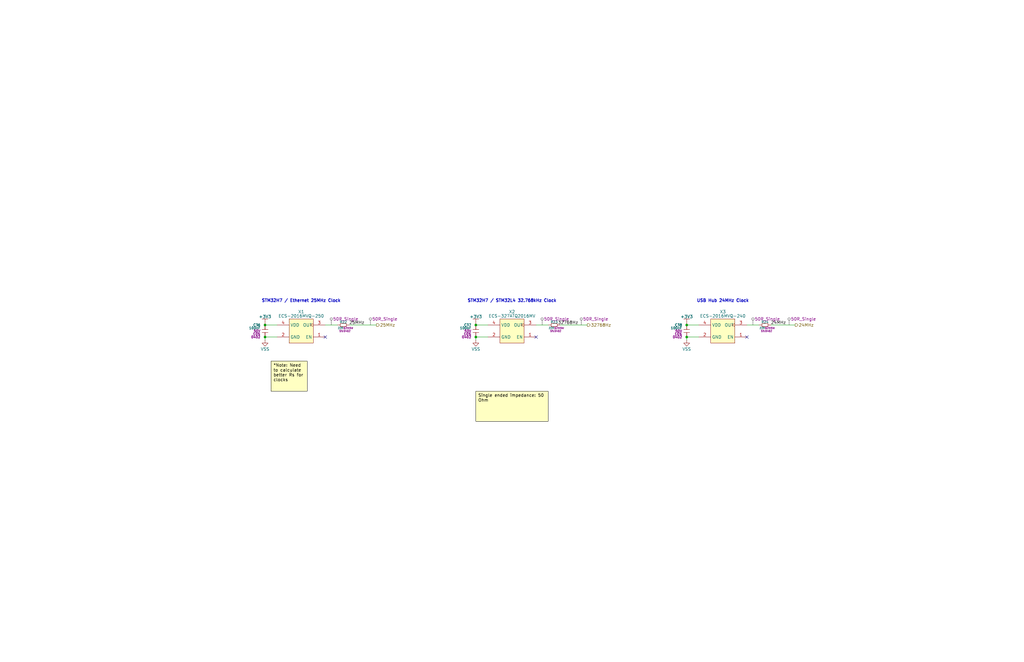
<source format=kicad_sch>
(kicad_sch (version 20250114) (generator "eeschema") (generator_version "9.0")
  (paper "B")
  (title_block (title "Awohali - Clocks") (date "2025-07-01") (rev "1") (comment 2 "PROTOTYPE") (comment 3 "2025"))
  (lib_symbols
    (symbol "lib_pwr:+3V3" (power) (pin_numbers (hide yes)) (pin_names (offset 0) (hide yes))
      (property "Value" "+3V3" (at 0 3.556 0))
      (symbol "+3V3_0_1"
        (polyline (pts (xy -1.27 2.54) (xy 0 2.54)))
        (polyline (pts (xy 0 2.54) (xy 1.27 2.54)))
        (polyline (pts (xy 0 0) (xy 0 2.54)))
      )
      (symbol "+3V3_1_1"
        (pin power_in line (at 0 0 90) (length 0) (name "~") (number "1"))
      )
    )
    (symbol "lib_pwr:VSS" (power) (pin_numbers (hide yes)) (pin_names (offset 0) (hide yes))
      (property "Value" "VSS" (at 0 -3.81 0))
      (symbol "VSS_0_1"
        (polyline (pts (xy 0 0) (xy 0 -1.27) (xy 1.27 -1.27) (xy 0 -2.54) (xy -1.27 -1.27) (xy 0 -1.27)))
      )
      (symbol "VSS_1_1"
        (pin power_in line (at 0 0 270) (length 0) (name "~") (number "1"))
      )
    )
    (symbol "lib_sch:C" (pin_numbers (hide yes)) (pin_names (hide yes))
      (property "Reference" "C?" (at 1.905 2.54 0))
      (property "Value" "CAP" (at 1.905 1.27 0))
      (property "Tolerance" "TOL" (at 1.905 -1.27 0))
      (property "Voltage Rating" "VOLTAGE" (at 1.905 0 0))
      (property "Package" "PKG" (at 1.905 -2.54 0))
      (symbol "C_0_1"
        (polyline (pts (xy -1.27 0.635) (xy 1.27 0.635)))
        (polyline (pts (xy -1.27 -0.635) (xy 1.27 -0.635)))
      )
      (symbol "C_1_1"
        (pin passive line (at 0 2.54 270) (length 1.905) (name "") (number "1"))
        (pin passive line (at 0 -2.54 90) (length 1.905) (name "") (number "2"))
      )
    )
    (symbol "lib_sch:ECS_XTAL_4-SMD"
      (property "Reference" "X?" (at 0 8.128 0))
      (property "Value" "ECS_XTAL_4-SMD" (at 0 6.35 0))
      (symbol "ECS_XTAL_4-SMD_1_0"
        (pin power_in line (at -10.16 2.54 0) (length 5.08) (name "VDD") (number "4"))
        (pin power_in line (at -10.16 -2.54 0) (length 5.08) (name "GND") (number "2"))
        (pin output clock (at 10.16 2.54 180) (length 5.08) (name "OUT") (number "3"))
        (pin tri_state line (at 10.16 -2.54 180) (length 5.08) (name "EN") (number "1"))
      )
      (symbol "ECS_XTAL_4-SMD_1_1"
        (rectangle (start -5.08 5.08) (end 5.08 -5.08) (fill (type background)))
      )
    )
    (symbol "lib_sch:R_horizontal"
      (property "Reference" "R?" (at 0 1.27 0))
      (property "Value" "VAL" (at 0 -1.27 0))
      (property "Tolerance" "TOL" (at 0 -2.54 0))
      (property "Power Rating" "PWR" (at 0 -1.27 0))
      (property "Package" "PKG" (at 0 -2.54 0))
      (symbol "R_horizontal_0_1"
        (polyline (pts (xy -1.27 -0.635) (xy 1.27 -0.635) (xy 1.27 0.635) (xy -1.27 0.635) (xy -1.27 -0.635)))
      )
      (symbol "R_horizontal_1_1"
        (pin passive line (at -2.54 0 0) (length 1.27) (name "") (number "1"))
        (pin passive line (at 2.54 0 180) (length 1.27) (name "") (number "2"))
      )
    )
  )
  (text "USB Hub 24MHz Clock" (at 304.8 127 0) (effects (font (size 1.27 1.27) (thickness 0.254) (bold yes))))
  (text "STM32H7 / Ethernet 25MHz Clock" (at 127 127 0) (effects (font (size 1.27 1.27) (thickness 0.254) (bold yes))))
  (text "STM32H7 / STM32L4 32.768kHz Clock" (at 215.9 127 0) (effects (font (size 1.27 1.27) (thickness 0.254) (bold yes))))
  (text_box "*Note: Need to calculate better Rs for clocks" (at 114.3 152.4 0) (size 15.24 12.7) (margins 0.9525 0.9525 0.9525 0.9525) (stroke (width 0) (color 0 0 0 1)) (fill (type color) (color 255 255 194 1)) (effects (font (size 1.27 1.27)) (justify left top)))
  (text_box "Single ended impedance: 50 Ohm" (at 200.66 165.1 0) (size 30.48 12.7) (margins 0.9525 0.9525 0.9525 0.9525) (stroke (width 0) (color 0 0 0 1)) (fill (type color) (color 255 255 194 1)) (effects (font (size 1.27 1.27)) (justify left top)))
  (junction (at 111.76 142.24))
  (junction (at 200.66 137.16))
  (junction (at 289.56 142.24))
  (junction (at 111.76 137.16))
  (junction (at 200.66 142.24))
  (junction (at 289.56 137.16))
  (no_connect (at 226.06 142.24))
  (no_connect (at 314.96 142.24))
  (no_connect (at 137.16 142.24))
  (wire (pts (xy 147.32 137.16) (xy 158.75 137.16)))
  (wire (pts (xy 231.14 137.16) (xy 226.06 137.16)))
  (wire (pts (xy 200.66 142.24) (xy 205.74 142.24)))
  (wire (pts (xy 289.56 142.24) (xy 289.56 143.51)))
  (wire (pts (xy 289.56 142.24) (xy 294.64 142.24)))
  (wire (pts (xy 111.76 137.16) (xy 116.84 137.16)))
  (wire (pts (xy 111.76 142.24) (xy 116.84 142.24)))
  (wire (pts (xy 200.66 142.24) (xy 200.66 143.51)))
  (wire (pts (xy 137.16 137.16) (xy 142.24 137.16)))
  (wire (pts (xy 289.56 137.16) (xy 294.64 137.16)))
  (wire (pts (xy 200.66 137.16) (xy 205.74 137.16)))
  (wire (pts (xy 236.22 137.16) (xy 247.65 137.16)))
  (wire (pts (xy 320.04 137.16) (xy 314.96 137.16)))
  (wire (pts (xy 111.76 142.24) (xy 111.76 143.51)))
  (wire (pts (xy 325.12 137.16) (xy 335.28 137.16)))
  (label "32768Hz" (at 243.84 137.16 180))
  (label "24MHz" (at 331.47 137.16 180))
  (label "25MHz" (at 153.67 137.16 180))
  (hierarchical_label "24MHz" (shape output) (at 335.28 137.16 0))
  (hierarchical_label "32768Hz" (shape output) (at 247.65 137.16 0))
  (hierarchical_label "25MHz" (shape output) (at 158.75 137.16 0))
  (netclass_flag "" (length 2.54) (shape round) (at 332.74 137.16 0) (property "Netclass" "50R_Single" (at 333.4385 134.62 0) (effects (justify left))))
  (netclass_flag "" (length 2.54) (shape round) (at 139.7 137.16 0) (property "Netclass" "50R_Single" (at 140.3985 134.62 0) (effects (justify left))))
  (netclass_flag "" (length 2.54) (shape round) (at 245.11 137.16 0) (property "Netclass" "50R_Single" (at 245.8085 134.62 0) (effects (justify left))))
  (netclass_flag "" (length 2.54) (shape round) (at 317.5 137.16 0) (property "Netclass" "50R_Single" (at 318.1985 134.62 0) (effects (justify left))))
  (netclass_flag "" (length 2.54) (shape round) (at 156.21 137.16 0) (property "Netclass" "50R_Single" (at 156.9085 134.62 0) (effects (justify left))))
  (netclass_flag "" (length 2.54) (shape round) (at 228.6 137.16 0) (property "Netclass" "50R_Single" (at 229.2985 134.62 0) (effects (justify left))))
  (symbol (lib_id "lib_sch:R_horizontal") (at 322.58 137.16 0) (unit 1)
    (property "Reference" "R24" (at 322.58 135.89 0) (effects (font (size 1.016 1.016))))
    (property "Value" "22R" (at 322.58 138.43 0) (effects (font (size 0.762 0.762)) (justify right)))
    (property "Footprint" "lib_passives:CRCW0402" (effects (hide yes)))
    (property "Datasheet" "https://www.vishay.com/docs/20035/dcrcwe3.pdf" (effects (hide yes)))
    (property "Description" "RES SMD 22 OHM 1% 1/16W 0402" (effects (hide yes)))
    (property "Manufacturer" "Vishay Dale" (effects (hide yes)))
    (property "MPN" "CRCW040222R0FKED" (effects (hide yes)))
    (property "DKPN" "541-22.0LCT-ND" (effects (hide yes)))
    (property "Tolerance" "5%" (at 322.58 139.7 0) (effects (font (size 0.762 0.762)) (justify right)))
    (property "Power Rating" "62m5W" (at 322.58 138.43 0) (effects (font (size 0.762 0.762)) (justify left)))
    (property "Package" "0402" (at 322.58 139.7 0) (effects (font (size 0.762 0.762)) (justify left)))
  )
  (symbol (lib_id "lib_sch:ECS_XTAL_4-SMD") (at 304.8 139.7 0) (unit 1)
    (property "Reference" "X3" (at 304.8 131.572 0))
    (property "Value" "ECS-2016MVQ-240" (at 304.8 133.35 0))
    (property "Footprint" "lib_crystals:ECS-2016MV" (effects (hide yes)))
    (property "Datasheet" "https://ecsxtal.com/store/pdf/ECS-2016MVQ.pdf" (effects (hide yes)))
    (property "Description" "XTAL OSC XO 24MHZ CMOS SMD" (effects (hide yes)))
    (property "Manufacturer" "ECS Inc." (effects (hide yes)))
    (property "MPN" "ECS-2016MVQ-240-BS-TR" (effects (hide yes)))
    (property "DKPN" "50-ECS-2016MVQ-240-BS-TRCT-ND" (effects (hide yes)))
  )
  (symbol (lib_id "lib_sch:ECS_XTAL_4-SMD") (at 215.9 139.7 0) (unit 1)
    (property "Reference" "X2" (at 215.9 131.572 0))
    (property "Value" "ECS-327ATQ2016MV" (at 215.9 133.35 0))
    (property "Footprint" "lib_crystals:ECS-xxxATQ2016MV" (effects (hide yes)))
    (property "Datasheet" "https://ecsxtal.com/store/pdf/ECS-327ATQ2016MV.pdf" (effects (hide yes)))
    (property "Description" "XTAL OSC XO 32.768 KHZ CMOS SMD" (effects (hide yes)))
    (property "Manufacturer" "ECS Inc." (effects (hide yes)))
    (property "MPN" "ECS-327ATQ2016MV-BS-TR" (effects (hide yes)))
    (property "DKPN" "50-ECS-327ATQ2016MV-BS-TRCT-ND" (effects (hide yes)))
  )
  (symbol (lib_id "lib_sch:C") (at 111.76 139.7 0) (mirror y) (unit 1)
    (property "Reference" "C36" (at 109.855 137.16 0) (effects (font (size 1.016 1.016)) (justify left)))
    (property "Value" "100nF" (at 109.855 138.43 0) (effects (font (size 1.016 1.016)) (justify left)))
    (property "Footprint" "lib_passives:GCM0402" (effects (hide yes)))
    (property "Datasheet" "https://search.murata.co.jp/Ceramy/image/img/A01X/G101/ENG/GRT155R71H104KE01-01A.pdf" (effects (hide yes)))
    (property "Description" "CAP CER 0.1UF 50V X7R 0402" (effects (hide yes)))
    (property "Manufacturer" "Murata Electronics" (effects (hide yes)))
    (property "MPN" "GRT155R71H104KE01D" (effects (hide yes)))
    (property "DKPN" "490-GRT155R71H104KE01DCT-ND" (effects (hide yes)))
    (property "Tolerance" "10%" (at 109.855 140.97 0) (effects (font (size 1.016 1.016)) (justify left)))
    (property "Voltage Rating" "50V" (at 109.855 139.7 0) (effects (font (size 1.016 1.016)) (justify left)))
    (property "Package" "0402" (at 109.855 142.24 0) (effects (font (size 1.016 1.016)) (justify left)))
  )
  (symbol (lib_id "lib_sch:C") (at 200.66 139.7 0) (mirror y) (unit 1)
    (property "Reference" "C37" (at 198.755 137.16 0) (effects (font (size 1.016 1.016)) (justify left)))
    (property "Value" "100nF" (at 198.755 138.43 0) (effects (font (size 1.016 1.016)) (justify left)))
    (property "Footprint" "lib_passives:GCM0402" (effects (hide yes)))
    (property "Datasheet" "https://search.murata.co.jp/Ceramy/image/img/A01X/G101/ENG/GRT155R71H104KE01-01A.pdf" (effects (hide yes)))
    (property "Description" "CAP CER 0.1UF 50V X7R 0402" (effects (hide yes)))
    (property "Manufacturer" "Murata Electronics" (effects (hide yes)))
    (property "MPN" "GRT155R71H104KE01D" (effects (hide yes)))
    (property "DKPN" "490-GRT155R71H104KE01DCT-ND" (effects (hide yes)))
    (property "Tolerance" "10%" (at 198.755 140.97 0) (effects (font (size 1.016 1.016)) (justify left)))
    (property "Voltage Rating" "50V" (at 198.755 139.7 0) (effects (font (size 1.016 1.016)) (justify left)))
    (property "Package" "0402" (at 198.755 142.24 0) (effects (font (size 1.016 1.016)) (justify left)))
  )
  (symbol (lib_id "lib_sch:R_horizontal") (at 144.78 137.16 0) (unit 1)
    (property "Reference" "R22" (at 144.78 135.89 0) (effects (font (size 1.016 1.016))))
    (property "Value" "22R" (at 144.78 138.43 0) (effects (font (size 0.762 0.762)) (justify right)))
    (property "Footprint" "lib_passives:CRCW0402" (effects (hide yes)))
    (property "Datasheet" "https://www.vishay.com/docs/20035/dcrcwe3.pdf" (effects (hide yes)))
    (property "Description" "RES SMD 22 OHM 1% 1/16W 0402" (effects (hide yes)))
    (property "Manufacturer" "Vishay Dale" (effects (hide yes)))
    (property "MPN" "CRCW040222R0FKED" (effects (hide yes)))
    (property "DKPN" "541-22.0LCT-ND" (effects (hide yes)))
    (property "Tolerance" "5%" (at 144.78 139.7 0) (effects (font (size 0.762 0.762)) (justify right)))
    (property "Power Rating" "62m5W" (at 144.78 138.43 0) (effects (font (size 0.762 0.762)) (justify left)))
    (property "Package" "0402" (at 144.78 139.7 0) (effects (font (size 0.762 0.762)) (justify left)))
  )
  (symbol (lib_id "lib_sch:ECS_XTAL_4-SMD") (at 127 139.7 0) (unit 1)
    (property "Reference" "X1" (at 127 131.572 0))
    (property "Value" "ECS-2016MVQ-250" (at 127 133.35 0))
    (property "Footprint" "lib_crystals:ECS-2016MV" (effects (hide yes)))
    (property "Datasheet" "https://ecsxtal.com/store/pdf/ECS-2016MVQ.pdf" (effects (hide yes)))
    (property "Description" "XTAL OSC XO 25.0000MHZ CMOS SMD" (effects (hide yes)))
    (property "Manufacturer" "ECS Inc." (effects (hide yes)))
    (property "MPN" "ECS-2016MVQ-250-CN-TR" (effects (hide yes)))
    (property "DKPN" "50-ECS-2016MVQ-250-CN-CT-ND" (effects (hide yes)))
  )
  (symbol (lib_id "lib_pwr:+3V3") (at 289.56 137.16 0) (unit 1)
    (property "Reference" "#PWR084" (effects (hide yes)))
    (property "Value" "+3V3" (at 289.56 133.604 0))
  )
  (symbol (lib_id "lib_pwr:+3V3") (at 200.66 137.16 0) (unit 1)
    (property "Reference" "#PWR083" (effects (hide yes)))
    (property "Value" "+3V3" (at 200.66 133.604 0))
  )
  (symbol (lib_id "lib_sch:R_horizontal") (at 233.68 137.16 0) (unit 1)
    (property "Reference" "R23" (at 233.68 135.89 0) (effects (font (size 1.016 1.016))))
    (property "Value" "22R" (at 233.68 138.43 0) (effects (font (size 0.762 0.762)) (justify right)))
    (property "Footprint" "lib_passives:CRCW0402" (effects (hide yes)))
    (property "Datasheet" "https://www.vishay.com/docs/20035/dcrcwe3.pdf" (effects (hide yes)))
    (property "Description" "RES SMD 22 OHM 1% 1/16W 0402" (effects (hide yes)))
    (property "Manufacturer" "Vishay Dale" (effects (hide yes)))
    (property "MPN" "CRCW040222R0FKED" (effects (hide yes)))
    (property "DKPN" "541-22.0LCT-ND" (effects (hide yes)))
    (property "Tolerance" "5%" (at 233.68 139.7 0) (effects (font (size 0.762 0.762)) (justify right)))
    (property "Power Rating" "62m5W" (at 233.68 138.43 0) (effects (font (size 0.762 0.762)) (justify left)))
    (property "Package" "0402" (at 233.68 139.7 0) (effects (font (size 0.762 0.762)) (justify left)))
  )
  (symbol (lib_id "lib_sch:C") (at 289.56 139.7 0) (mirror y) (unit 1)
    (property "Reference" "C38" (at 287.655 137.16 0) (effects (font (size 1.016 1.016)) (justify left)))
    (property "Value" "100nF" (at 287.655 138.43 0) (effects (font (size 1.016 1.016)) (justify left)))
    (property "Footprint" "lib_passives:GCM0402" (effects (hide yes)))
    (property "Datasheet" "https://search.murata.co.jp/Ceramy/image/img/A01X/G101/ENG/GRT155R71H104KE01-01A.pdf" (effects (hide yes)))
    (property "Description" "CAP CER 0.1UF 50V X7R 0402" (effects (hide yes)))
    (property "Manufacturer" "Murata Electronics" (effects (hide yes)))
    (property "MPN" "GRT155R71H104KE01D" (effects (hide yes)))
    (property "DKPN" "490-GRT155R71H104KE01DCT-ND" (effects (hide yes)))
    (property "Tolerance" "10%" (at 287.655 140.97 0) (effects (font (size 1.016 1.016)) (justify left)))
    (property "Voltage Rating" "50V" (at 287.655 139.7 0) (effects (font (size 1.016 1.016)) (justify left)))
    (property "Package" "0402" (at 287.655 142.24 0) (effects (font (size 1.016 1.016)) (justify left)))
  )
  (symbol (lib_id "lib_pwr:VSS") (at 200.66 143.51 0) (unit 1)
    (property "Reference" "#PWR086" (effects (hide yes)))
    (property "Value" "VSS" (at 200.66 147.32 0))
  )
  (symbol (lib_id "lib_pwr:VSS") (at 111.76 143.51 0) (unit 1)
    (property "Reference" "#PWR085" (effects (hide yes)))
    (property "Value" "VSS" (at 111.76 147.32 0))
  )
  (symbol (lib_id "lib_pwr:VSS") (at 289.56 143.51 0) (unit 1)
    (property "Reference" "#PWR087" (effects (hide yes)))
    (property "Value" "VSS" (at 289.56 147.32 0))
  )
  (symbol (lib_id "lib_pwr:+3V3") (at 111.76 137.16 0) (unit 1)
    (property "Reference" "#PWR082" (effects (hide yes)))
    (property "Value" "+3V3" (at 111.76 133.604 0))
  )
)
</source>
